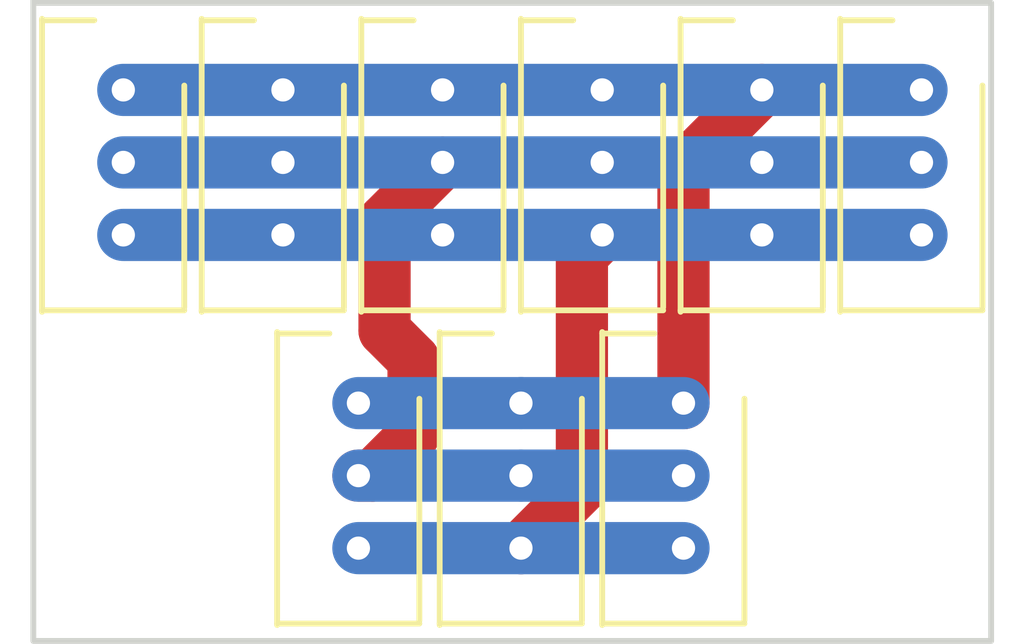
<source format=kicad_pcb>
(kicad_pcb (version 20221018) (generator pcbnew)
  (layers (0 "F.Cu" signal) (31 "B.Cu" signal) (34 "B.Paste" user) (35 "F.Paste" user) (36 "B.SilkS" user "B.Silkscreen") (37 "F.SilkS" user "F.Silkscreen") (38 "B.Mask" user) (39 "F.Mask" user) (44 "Edge.Cuts" user))
  (net 0 "")
  (net 1 "Net-(J1-Pad1)")
  (net 2 "Net-(J1-Pad2)")
  (net 3 "Net-(J1-Pad3)")
  (footprint "MiAM:SHDR3W60P0X250_1X3_990X490X590P" (layer "F.Cu") (at 74.6 32 90)
    (fp_text reference "J1" hide)
    (fp_text value "22-03-5035" hide)
    (fp_line (start -7.65 -2.8) (end 2.45 -2.8) (stroke (width 0.2)) (layer "F.SilkS"))
    (fp_line (start -7.6 2.1) (end -7.6 -2.8) (stroke (width 0.2)) (layer "F.SilkS"))
    (fp_line (start 0.15 2.1) (end -7.5 2.1) (stroke (width 0.2)) (layer "F.SilkS"))
    (fp_line (start 2.4 -2.8) (end 2.4 -1) (stroke (width 0.2)) (layer "F.SilkS"))
    (pad "1" thru_hole rect (at 0 0 90) (size 1.2 1.2) (drill 0.8) (layers "*.Cu" "*.Mask") (net 1 "Net-(J1-Pad1)"))
    (pad "2" thru_hole circle (at -2.5 0 90) (size 1.2 1.2) (drill 0.8) (layers "*.Cu" "*.Mask") (net 2 "Net-(J1-Pad2)"))
    (pad "3" thru_hole circle (at -5 0 90) (size 1.2 1.2) (drill 0.8) (layers "*.Cu" "*.Mask") (net 3 "Net-(J1-Pad3)"))
  )
  (footprint "MiAM:SHDR3W60P0X250_1X3_990X490X590P" (layer "F.Cu") (at 88.4 42.8 90)
    (fp_text reference "J6" hide)
    (fp_text value "22-03-5035" hide)
    (fp_line (start -7.65 -2.8) (end 2.45 -2.8) (stroke (width 0.2)) (layer "F.SilkS"))
    (fp_line (start -7.6 2.1) (end -7.6 -2.8) (stroke (width 0.2)) (layer "F.SilkS"))
    (fp_line (start 0.15 2.1) (end -7.5 2.1) (stroke (width 0.2)) (layer "F.SilkS"))
    (fp_line (start 2.4 -2.8) (end 2.4 -1) (stroke (width 0.2)) (layer "F.SilkS"))
    (pad "1" thru_hole rect (at 0 0 90) (size 1.2 1.2) (drill 0.8) (layers "*.Cu" "*.Mask") (net 1 "Net-(J1-Pad1)"))
    (pad "2" thru_hole circle locked (at -2.5 0 90) (size 1.2 1.2) (drill 0.8) (layers "*.Cu" "*.Mask") (net 2 "Net-(J1-Pad2)"))
    (pad "3" thru_hole circle (at -5 0 90) (size 1.2 1.2) (drill 0.8) (layers "*.Cu" "*.Mask") (net 3 "Net-(J1-Pad3)"))
  )
  (footprint "MiAM:SHDR3W60P0X250_1X3_990X490X590P" (layer "F.Cu") (at 69.1 32 90)
    (fp_text reference "J8" hide)
    (fp_text value "22-03-5035" hide)
    (fp_line (start -7.65 -2.8) (end 2.45 -2.8) (stroke (width 0.2)) (layer "F.SilkS"))
    (fp_line (start -7.6 2.1) (end -7.6 -2.8) (stroke (width 0.2)) (layer "F.SilkS"))
    (fp_line (start 0.15 2.1) (end -7.5 2.1) (stroke (width 0.2)) (layer "F.SilkS"))
    (fp_line (start 2.4 -2.8) (end 2.4 -1) (stroke (width 0.2)) (layer "F.SilkS"))
    (pad "1" thru_hole rect (at 0 0 90) (size 1.2 1.2) (drill 0.8) (layers "*.Cu" "*.Mask") (net 1 "Net-(J1-Pad1)"))
    (pad "2" thru_hole circle (at -2.5 0 90) (size 1.2 1.2) (drill 0.8) (layers "*.Cu" "*.Mask") (net 2 "Net-(J1-Pad2)"))
    (pad "3" thru_hole circle (at -5 0 90) (size 1.2 1.2) (drill 0.8) (layers "*.Cu" "*.Mask") (net 3 "Net-(J1-Pad3)"))
  )
  (footprint "MountingHole:MountingHole_3.2mm_M3" (layer "F.Cu") (at 70 45)
    (fp_text reference "H1" hide)
    (fp_text value "MountingHole")
    (pad "" np_thru_hole circle (at 0 0) (size 3.2 3.2) (drill 3.2) (layers "*.Cu" "*.Mask"))
  )
  (footprint "MiAM:SHDR3W60P0X250_1X3_990X490X590P" (layer "F.Cu") (at 82.8 42.8 90)
    (fp_text reference "J5" hide)
    (fp_text value "22-03-5035" hide)
    (fp_line (start -7.65 -2.8) (end 2.45 -2.8) (stroke (width 0.2)) (layer "F.SilkS"))
    (fp_line (start -7.6 2.1) (end -7.6 -2.8) (stroke (width 0.2)) (layer "F.SilkS"))
    (fp_line (start 0.15 2.1) (end -7.5 2.1) (stroke (width 0.2)) (layer "F.SilkS"))
    (fp_line (start 2.4 -2.8) (end 2.4 -1) (stroke (width 0.2)) (layer "F.SilkS"))
    (pad "1" thru_hole rect (at 0 0 90) (size 1.2 1.2) (drill 0.8) (layers "*.Cu" "*.Mask") (net 1 "Net-(J1-Pad1)"))
    (pad "2" thru_hole circle (at -2.5 0 90) (size 1.2 1.2) (drill 0.8) (layers "*.Cu" "*.Mask") (net 2 "Net-(J1-Pad2)"))
    (pad "3" thru_hole circle (at -5 0 90) (size 1.2 1.2) (drill 0.8) (layers "*.Cu" "*.Mask") (net 3 "Net-(J1-Pad3)"))
  )
  (footprint "MiAM:SHDR3W60P0X250_1X3_990X490X590P" (layer "F.Cu") (at 91.1 32 90)
    (fp_text reference "J7" hide)
    (fp_text value "22-03-5035" hide)
    (fp_line (start -7.65 -2.8) (end 2.45 -2.8) (stroke (width 0.2)) (layer "F.SilkS"))
    (fp_line (start -7.6 2.1) (end -7.6 -2.8) (stroke (width 0.2)) (layer "F.SilkS"))
    (fp_line (start 0.15 2.1) (end -7.5 2.1) (stroke (width 0.2)) (layer "F.SilkS"))
    (fp_line (start 2.4 -2.8) (end 2.4 -1) (stroke (width 0.2)) (layer "F.SilkS"))
    (pad "1" thru_hole rect (at 0 0 90) (size 1.2 1.2) (drill 0.8) (layers "*.Cu" "*.Mask") (net 1 "Net-(J1-Pad1)"))
    (pad "2" thru_hole circle (at -2.5 0 90) (size 1.2 1.2) (drill 0.8) (layers "*.Cu" "*.Mask") (net 2 "Net-(J1-Pad2)"))
    (pad "3" thru_hole circle (at -5 0 90) (size 1.2 1.2) (drill 0.8) (layers "*.Cu" "*.Mask") (net 3 "Net-(J1-Pad3)"))
  )
  (footprint "MountingHole:MountingHole_3.2mm_M3" (layer "F.Cu") (at 95 45)
    (fp_text reference "H2" hide)
    (fp_text value "MountingHole")
    (pad "" np_thru_hole circle (at 0 0) (size 3.2 3.2) (drill 3.2) (layers "*.Cu" "*.Mask"))
  )
  (footprint "MiAM:SHDR3W60P0X250_1X3_990X490X590P" (layer "F.Cu") (at 96.6 32 90)
    (fp_text reference "J9" hide)
    (fp_text value "22-03-5035" hide)
    (fp_line (start -7.65 -2.8) (end 2.45 -2.8) (stroke (width 0.2)) (layer "F.SilkS"))
    (fp_line (start -7.6 2.1) (end -7.6 -2.8) (stroke (width 0.2)) (layer "F.SilkS"))
    (fp_line (start 0.15 2.1) (end -7.5 2.1) (stroke (width 0.2)) (layer "F.SilkS"))
    (fp_line (start 2.4 -2.8) (end 2.4 -1) (stroke (width 0.2)) (layer "F.SilkS"))
    (pad "1" thru_hole rect (at 0 0 90) (size 1.2 1.2) (drill 0.8) (layers "*.Cu" "*.Mask") (net 1 "Net-(J1-Pad1)"))
    (pad "2" thru_hole circle (at -2.5 0 90) (size 1.2 1.2) (drill 0.8) (layers "*.Cu" "*.Mask") (net 2 "Net-(J1-Pad2)"))
    (pad "3" thru_hole circle (at -5 0 90) (size 1.2 1.2) (drill 0.8) (layers "*.Cu" "*.Mask") (net 3 "Net-(J1-Pad3)"))
  )
  (footprint "MiAM:SHDR3W60P0X250_1X3_990X490X590P" (layer "F.Cu") (at 85.6 32 90)
    (fp_text reference "J3" hide)
    (fp_text value "22-03-5035" hide)
    (fp_line (start -7.65 -2.8) (end 2.45 -2.8) (stroke (width 0.2)) (layer "F.SilkS"))
    (fp_line (start -7.6 2.1) (end -7.6 -2.8) (stroke (width 0.2)) (layer "F.SilkS"))
    (fp_line (start 0.15 2.1) (end -7.5 2.1) (stroke (width 0.2)) (layer "F.SilkS"))
    (fp_line (start 2.4 -2.8) (end 2.4 -1) (stroke (width 0.2)) (layer "F.SilkS"))
    (pad "1" thru_hole rect (at 0 0 90) (size 1.2 1.2) (drill 0.8) (layers "*.Cu" "*.Mask") (net 1 "Net-(J1-Pad1)"))
    (pad "2" thru_hole circle (at -2.5 0 90) (size 1.2 1.2) (drill 0.8) (layers "*.Cu" "*.Mask") (net 2 "Net-(J1-Pad2)"))
    (pad "3" thru_hole circle (at -5 0 90) (size 1.2 1.2) (drill 0.8) (layers "*.Cu" "*.Mask") (net 3 "Net-(J1-Pad3)"))
  )
  (footprint "MiAM:SHDR3W60P0X250_1X3_990X490X590P" (layer "F.Cu") (at 77.2 42.8 90)
    (fp_text reference "J4" hide)
    (fp_text value "22-03-5035" hide)
    (fp_line (start -7.65 -2.8) (end 2.45 -2.8) (stroke (width 0.2)) (layer "F.SilkS"))
    (fp_line (start -7.6 2.1) (end -7.6 -2.8) (stroke (width 0.2)) (layer "F.SilkS"))
    (fp_line (start 0.15 2.1) (end -7.5 2.1) (stroke (width 0.2)) (layer "F.SilkS"))
    (fp_line (start 2.4 -2.8) (end 2.4 -1) (stroke (width 0.2)) (layer "F.SilkS"))
    (pad "1" thru_hole rect (at 0 0 90) (size 1.2 1.2) (drill 0.8) (layers "*.Cu" "*.Mask") (net 1 "Net-(J1-Pad1)"))
    (pad "2" thru_hole circle (at -2.5 0 90) (size 1.2 1.2) (drill 0.8) (layers "*.Cu" "*.Mask") (net 2 "Net-(J1-Pad2)"))
    (pad "3" thru_hole circle (at -5 0 90) (size 1.2 1.2) (drill 0.8) (layers "*.Cu" "*.Mask") (net 3 "Net-(J1-Pad3)"))
  )
  (footprint "MiAM:SHDR3W60P0X250_1X3_990X490X590P" (layer "F.Cu") (at 80.1 32 90)
    (fp_text reference "J2" hide)
    (fp_text value "22-03-5035" hide)
    (fp_line (start -7.65 -2.8) (end 2.45 -2.8) (stroke (width 0.2)) (layer "F.SilkS"))
    (fp_line (start -7.6 2.1) (end -7.6 -2.8) (stroke (width 0.2)) (layer "F.SilkS"))
    (fp_line (start 0.15 2.1) (end -7.5 2.1) (stroke (width 0.2)) (layer "F.SilkS"))
    (fp_line (start 2.4 -2.8) (end 2.4 -1) (stroke (width 0.2)) (layer "F.SilkS"))
    (pad "1" thru_hole rect (at 0 0 90) (size 1.2 1.2) (drill 0.8) (layers "*.Cu" "*.Mask") (net 1 "Net-(J1-Pad1)"))
    (pad "2" thru_hole circle (at -2.5 0 90) (size 1.2 1.2) (drill 0.8) (layers "*.Cu" "*.Mask") (net 2 "Net-(J1-Pad2)"))
    (pad "3" thru_hole circle (at -5 0 90) (size 1.2 1.2) (drill 0.8) (layers "*.Cu" "*.Mask") (net 3 "Net-(J1-Pad3)"))
  )
  (gr_rect (start 66 29) (end 99 51) (stroke (width 0.2)) (fill none) (layer "Edge.Cuts"))
  (segment (start 88.4 42.8) (end 88.4 34.7) (width 1.8) (layer "F.Cu") (net 1))
  (segment (start 88.4 34.7) (end 91.1 32) (width 1.8) (layer "F.Cu") (net 1))
  (segment (start 82.8 42.8) (end 88.4 42.8) (width 1.8) (layer "B.Cu") (net 1))
  (segment (start 69.1 32) (end 96.6 32) (width 1.8) (layer "B.Cu") (net 1))
  (segment (start 77.2 42.8) (end 82.8 42.8) (width 1.8) (layer "B.Cu") (net 1))
  (segment (start 78.1 36.5) (end 80.1 34.5) (width 1.8) (layer "F.Cu") (net 2))
  (segment (start 77.7 45.3) (end 79.1 43.9) (width 1.8) (layer "F.Cu") (net 2))
  (segment (start 79.1 41.3) (end 78.1 40.3) (width 1.8) (layer "F.Cu") (net 2))
  (segment (start 77.2 45.3) (end 77.7 45.3) (width 1.8) (layer "F.Cu") (net 2))
  (segment (start 79.1 43.9) (end 79.1 41.3) (width 1.8) (layer "F.Cu") (net 2))
  (segment (start 78.1 40.3) (end 78.1 36.5) (width 1.8) (layer "F.Cu") (net 2))
  (segment (start 82.8 45.3) (end 77.2 45.3) (width 1.8) (layer "B.Cu") (net 2))
  (segment (start 88.4 45.3) (end 82.8 45.3) (width 1.8) (layer "B.Cu") (net 2))
  (segment (start 69.1 34.5) (end 96.6 34.5) (width 1.8) (layer "B.Cu") (net 2))
  (segment (start 82.8 47.8) (end 84.9 45.7) (width 1.8) (layer "F.Cu") (net 3))
  (segment (start 84.9 37.7) (end 85.6 37) (width 1.8) (layer "F.Cu") (net 3))
  (segment (start 84.9 45.7) (end 84.9 37.7) (width 1.8) (layer "F.Cu") (net 3))
  (segment (start 69.1 37) (end 96.6 37) (width 1.8) (layer "B.Cu") (net 3))
  (segment (start 82.8 47.8) (end 77.2 47.8) (width 1.8) (layer "B.Cu") (net 3))
  (segment (start 88.4 47.8) (end 82.8 47.8) (width 1.8) (layer "B.Cu") (net 3))
)
</source>
